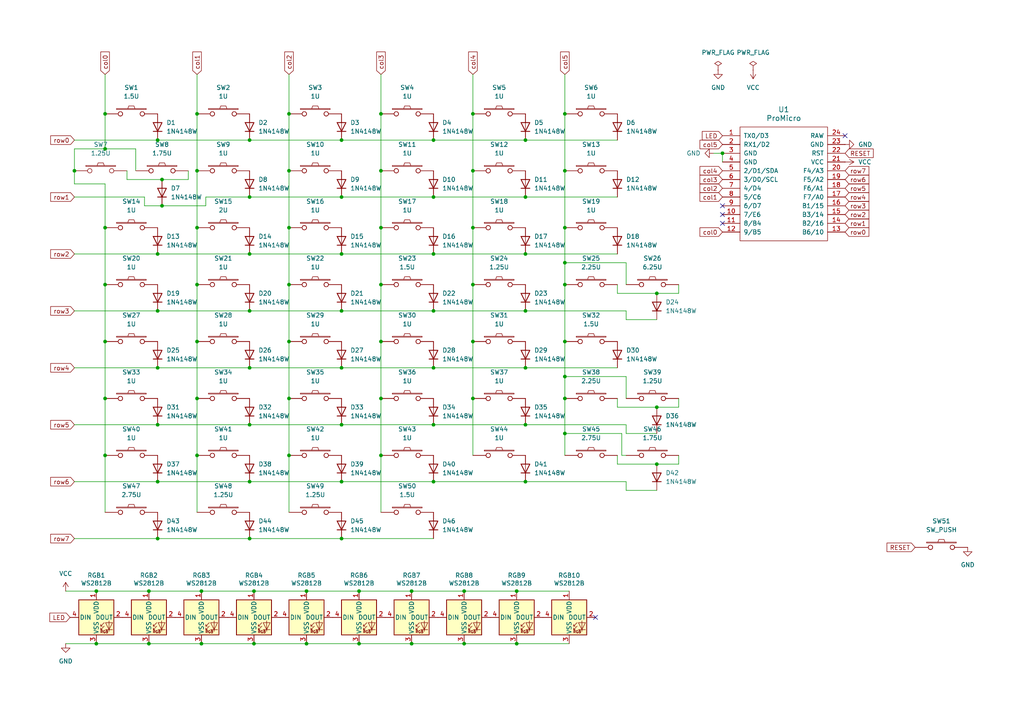
<source format=kicad_sch>
(kicad_sch (version 20231120) (generator "eeschema") (generator_version "8.0")
  (paper "A4")
  (title_block (title "REVIUNG46") (date "2024-07-05") (rev "ver 0.1"))
  (junction (at 152.4 40.64))
  (junction (at 99.06 73.66))
  (junction (at 125.73 73.66))
  (junction (at 125.73 106.68))
  (junction (at 152.4 57.15))
  (junction (at 30.48 115.57))
  (junction (at 72.39 90.17))
  (junction (at 125.73 40.64))
  (junction (at 73.66 186.69))
  (junction (at 152.4 139.7))
  (junction (at 99.06 106.68))
  (junction (at 190.5 134.62))
  (junction (at 88.9 186.69))
  (junction (at 58.42 171.45))
  (junction (at 72.39 57.15))
  (junction (at 30.48 33.02))
  (junction (at 163.83 99.06))
  (junction (at 73.66 171.45))
  (junction (at 99.06 57.15))
  (junction (at 110.49 99.06))
  (junction (at 57.15 33.02))
  (junction (at 99.06 139.7))
  (junction (at 125.73 90.17))
  (junction (at 57.15 115.57))
  (junction (at 72.39 73.66))
  (junction (at 163.83 115.57))
  (junction (at 163.83 109.22))
  (junction (at 30.48 82.55))
  (junction (at 45.72 73.66))
  (junction (at 163.83 66.04))
  (junction (at 110.49 132.08))
  (junction (at 137.16 99.06))
  (junction (at 83.82 82.55))
  (junction (at 137.16 49.53))
  (junction (at 110.49 115.57))
  (junction (at 27.94 171.45))
  (junction (at 83.82 66.04))
  (junction (at 45.72 139.7))
  (junction (at 104.14 171.45))
  (junction (at 125.73 139.7))
  (junction (at 163.83 125.73))
  (junction (at 152.4 90.17))
  (junction (at 43.18 186.69))
  (junction (at 57.15 132.08))
  (junction (at 209.55 44.45))
  (junction (at 163.83 49.53))
  (junction (at 83.82 49.53))
  (junction (at 137.16 66.04))
  (junction (at 72.39 139.7))
  (junction (at 72.39 123.19))
  (junction (at 99.06 90.17))
  (junction (at 110.49 49.53))
  (junction (at 110.49 66.04))
  (junction (at 99.06 123.19))
  (junction (at 72.39 40.64))
  (junction (at 83.82 132.08))
  (junction (at 110.49 33.02))
  (junction (at 163.83 76.2))
  (junction (at 45.72 123.19))
  (junction (at 119.38 186.69))
  (junction (at 190.5 118.11))
  (junction (at 119.38 171.45))
  (junction (at 21.59 49.53))
  (junction (at 137.16 33.02))
  (junction (at 137.16 115.57))
  (junction (at 163.83 82.55))
  (junction (at 72.39 156.21))
  (junction (at 72.39 106.68))
  (junction (at 83.82 99.06))
  (junction (at 58.42 186.69))
  (junction (at 190.5 85.09))
  (junction (at 83.82 33.02))
  (junction (at 43.18 171.45))
  (junction (at 30.48 132.08))
  (junction (at 149.86 171.45))
  (junction (at 110.49 82.55))
  (junction (at 83.82 115.57))
  (junction (at 27.94 186.69))
  (junction (at 30.48 99.06))
  (junction (at 137.16 82.55))
  (junction (at 57.15 49.53))
  (junction (at 45.72 156.21))
  (junction (at 46.99 59.69))
  (junction (at 30.48 43.18))
  (junction (at 99.06 40.64))
  (junction (at 45.72 106.68))
  (junction (at 134.62 186.69))
  (junction (at 57.15 66.04))
  (junction (at 45.72 40.64))
  (junction (at 57.15 82.55))
  (junction (at 104.14 186.69))
  (junction (at 99.06 156.21))
  (junction (at 45.72 90.17))
  (junction (at 46.99 52.07))
  (junction (at 163.83 33.02))
  (junction (at 125.73 123.19))
  (junction (at 152.4 123.19))
  (junction (at 149.86 186.69))
  (junction (at 134.62 171.45))
  (junction (at 152.4 73.66))
  (junction (at 57.15 99.06))
  (junction (at 125.73 57.15))
  (junction (at 152.4 106.68))
  (junction (at 30.48 66.04))
  (junction (at 88.9 171.45))
  (no_connect (at 209.55 59.69))
  (no_connect (at 245.11 39.37))
  (no_connect (at 209.55 64.77))
  (no_connect (at 209.55 62.23))
  (no_connect (at 172.72 179.07))
  (wire (pts (xy 72.39 106.68) (xy 99.06 106.68)))
  (wire (pts (xy 21.59 156.21) (xy 45.72 156.21)))
  (wire (pts (xy 125.73 73.66) (xy 152.4 73.66)))
  (wire (pts (xy 179.07 82.55) (xy 179.07 85.09)))
  (wire (pts (xy 125.73 123.19) (xy 152.4 123.19)))
  (wire (pts (xy 83.82 33.02) (xy 83.82 49.53)))
  (wire (pts (xy 181.61 125.73) (xy 181.61 123.19)))
  (wire (pts (xy 30.48 66.04) (xy 30.48 82.55)))
  (wire (pts (xy 73.66 171.45) (xy 58.42 171.45)))
  (wire (pts (xy 209.55 44.45) (xy 209.55 46.99)))
  (wire (pts (xy 46.99 52.07) (xy 54.61 52.07)))
  (wire (pts (xy 45.72 123.19) (xy 72.39 123.19)))
  (wire (pts (xy 57.15 115.57) (xy 57.15 132.08)))
  (wire (pts (xy 45.72 90.17) (xy 72.39 90.17)))
  (wire (pts (xy 179.07 85.09) (xy 190.5 85.09)))
  (wire (pts (xy 110.49 49.53) (xy 110.49 66.04)))
  (wire (pts (xy 72.39 73.66) (xy 99.06 73.66)))
  (wire (pts (xy 163.83 125.73) (xy 180.34 125.73)))
  (wire (pts (xy 181.61 90.17) (xy 152.4 90.17)))
  (wire (pts (xy 99.06 139.7) (xy 125.73 139.7)))
  (wire (pts (xy 125.73 57.15) (xy 152.4 57.15)))
  (wire (pts (xy 163.83 82.55) (xy 163.83 99.06)))
  (wire (pts (xy 163.83 76.2) (xy 163.83 82.55)))
  (wire (pts (xy 179.07 134.62) (xy 190.5 134.62)))
  (wire (pts (xy 165.1 171.45) (xy 149.86 171.45)))
  (wire (pts (xy 99.06 57.15) (xy 125.73 57.15)))
  (wire (pts (xy 30.48 21.59) (xy 30.48 33.02)))
  (wire (pts (xy 110.49 33.02) (xy 110.49 49.53)))
  (wire (pts (xy 19.05 186.69) (xy 27.94 186.69)))
  (wire (pts (xy 152.4 57.15) (xy 179.07 57.15)))
  (wire (pts (xy 181.61 76.2) (xy 181.61 82.55)))
  (wire (pts (xy 83.82 66.04) (xy 83.82 82.55)))
  (wire (pts (xy 72.39 57.15) (xy 59.69 57.15)))
  (wire (pts (xy 30.48 53.34) (xy 21.59 53.34)))
  (wire (pts (xy 119.38 186.69) (xy 134.62 186.69)))
  (wire (pts (xy 57.15 49.53) (xy 57.15 66.04)))
  (wire (pts (xy 57.15 99.06) (xy 57.15 115.57)))
  (wire (pts (xy 110.49 115.57) (xy 110.49 132.08)))
  (wire (pts (xy 190.5 125.73) (xy 181.61 125.73)))
  (wire (pts (xy 137.16 33.02) (xy 137.16 49.53)))
  (wire (pts (xy 125.73 90.17) (xy 152.4 90.17)))
  (wire (pts (xy 27.94 186.69) (xy 43.18 186.69)))
  (wire (pts (xy 104.14 171.45) (xy 88.9 171.45)))
  (wire (pts (xy 125.73 106.68) (xy 152.4 106.68)))
  (wire (pts (xy 30.48 99.06) (xy 30.48 115.57)))
  (wire (pts (xy 180.34 132.08) (xy 181.61 132.08)))
  (wire (pts (xy 72.39 40.64) (xy 99.06 40.64)))
  (wire (pts (xy 83.82 21.59) (xy 83.82 33.02)))
  (wire (pts (xy 163.83 76.2) (xy 181.61 76.2)))
  (wire (pts (xy 99.06 40.64) (xy 125.73 40.64)))
  (wire (pts (xy 119.38 171.45) (xy 104.14 171.45)))
  (wire (pts (xy 41.91 59.69) (xy 46.99 59.69)))
  (wire (pts (xy 83.82 49.53) (xy 83.82 66.04)))
  (wire (pts (xy 125.73 40.64) (xy 152.4 40.64)))
  (wire (pts (xy 21.59 90.17) (xy 45.72 90.17)))
  (wire (pts (xy 99.06 90.17) (xy 125.73 90.17)))
  (wire (pts (xy 30.48 33.02) (xy 30.48 43.18)))
  (wire (pts (xy 88.9 171.45) (xy 73.66 171.45)))
  (wire (pts (xy 59.69 57.15) (xy 59.69 59.69)))
  (wire (pts (xy 36.83 49.53) (xy 36.83 52.07)))
  (wire (pts (xy 110.49 132.08) (xy 110.49 148.59)))
  (wire (pts (xy 72.39 90.17) (xy 99.06 90.17)))
  (wire (pts (xy 45.72 156.21) (xy 72.39 156.21)))
  (wire (pts (xy 43.18 186.69) (xy 58.42 186.69)))
  (wire (pts (xy 196.85 115.57) (xy 196.85 118.11)))
  (wire (pts (xy 149.86 186.69) (xy 165.1 186.69)))
  (wire (pts (xy 137.16 21.59) (xy 137.16 33.02)))
  (wire (pts (xy 72.39 139.7) (xy 99.06 139.7)))
  (wire (pts (xy 21.59 139.7) (xy 45.72 139.7)))
  (wire (pts (xy 137.16 49.53) (xy 137.16 66.04)))
  (wire (pts (xy 181.61 142.24) (xy 181.61 139.7)))
  (wire (pts (xy 110.49 66.04) (xy 110.49 82.55)))
  (wire (pts (xy 110.49 21.59) (xy 110.49 33.02)))
  (wire (pts (xy 134.62 186.69) (xy 149.86 186.69)))
  (wire (pts (xy 30.48 132.08) (xy 30.48 148.59)))
  (wire (pts (xy 180.34 125.73) (xy 180.34 132.08)))
  (wire (pts (xy 190.5 85.09) (xy 196.85 85.09)))
  (wire (pts (xy 149.86 171.45) (xy 134.62 171.45)))
  (wire (pts (xy 152.4 139.7) (xy 181.61 139.7)))
  (wire (pts (xy 30.48 53.34) (xy 30.48 66.04)))
  (wire (pts (xy 110.49 99.06) (xy 110.49 115.57)))
  (wire (pts (xy 163.83 21.59) (xy 163.83 33.02)))
  (wire (pts (xy 99.06 156.21) (xy 125.73 156.21)))
  (wire (pts (xy 196.85 82.55) (xy 196.85 85.09)))
  (wire (pts (xy 163.83 99.06) (xy 163.83 109.22)))
  (wire (pts (xy 163.83 109.22) (xy 181.61 109.22)))
  (wire (pts (xy 190.5 134.62) (xy 196.85 134.62)))
  (wire (pts (xy 57.15 82.55) (xy 57.15 99.06)))
  (wire (pts (xy 137.16 99.06) (xy 137.16 115.57)))
  (wire (pts (xy 21.59 123.19) (xy 45.72 123.19)))
  (wire (pts (xy 45.72 106.68) (xy 72.39 106.68)))
  (wire (pts (xy 41.91 57.15) (xy 41.91 59.69)))
  (wire (pts (xy 72.39 156.21) (xy 99.06 156.21)))
  (wire (pts (xy 137.16 115.57) (xy 137.16 132.08)))
  (wire (pts (xy 57.15 21.59) (xy 57.15 33.02)))
  (wire (pts (xy 57.15 132.08) (xy 57.15 148.59)))
  (wire (pts (xy 110.49 82.55) (xy 110.49 99.06)))
  (wire (pts (xy 30.48 115.57) (xy 30.48 132.08)))
  (wire (pts (xy 196.85 132.08) (xy 196.85 134.62)))
  (wire (pts (xy 179.07 115.57) (xy 179.07 118.11)))
  (wire (pts (xy 30.48 43.18) (xy 39.37 43.18)))
  (wire (pts (xy 57.15 33.02) (xy 57.15 49.53)))
  (wire (pts (xy 137.16 82.55) (xy 137.16 99.06)))
  (wire (pts (xy 45.72 73.66) (xy 72.39 73.66)))
  (wire (pts (xy 152.4 73.66) (xy 179.07 73.66)))
  (wire (pts (xy 21.59 40.64) (xy 45.72 40.64)))
  (wire (pts (xy 137.16 66.04) (xy 137.16 82.55)))
  (wire (pts (xy 190.5 142.24) (xy 181.61 142.24)))
  (wire (pts (xy 30.48 43.18) (xy 21.59 43.18)))
  (wire (pts (xy 58.42 171.45) (xy 43.18 171.45)))
  (wire (pts (xy 190.5 118.11) (xy 196.85 118.11)))
  (wire (pts (xy 99.06 106.68) (xy 125.73 106.68)))
  (wire (pts (xy 152.4 106.68) (xy 179.07 106.68)))
  (wire (pts (xy 57.15 66.04) (xy 57.15 82.55)))
  (wire (pts (xy 99.06 73.66) (xy 125.73 73.66)))
  (wire (pts (xy 45.72 139.7) (xy 72.39 139.7)))
  (wire (pts (xy 181.61 109.22) (xy 181.61 115.57)))
  (wire (pts (xy 152.4 40.64) (xy 179.07 40.64)))
  (wire (pts (xy 179.07 132.08) (xy 179.07 134.62)))
  (wire (pts (xy 39.37 43.18) (xy 39.37 49.53)))
  (wire (pts (xy 163.83 109.22) (xy 163.83 115.57)))
  (wire (pts (xy 207.01 44.45) (xy 209.55 44.45)))
  (wire (pts (xy 163.83 33.02) (xy 163.83 49.53)))
  (wire (pts (xy 99.06 123.19) (xy 125.73 123.19)))
  (wire (pts (xy 21.59 73.66) (xy 45.72 73.66)))
  (wire (pts (xy 163.83 49.53) (xy 163.83 66.04)))
  (wire (pts (xy 45.72 40.64) (xy 72.39 40.64)))
  (wire (pts (xy 88.9 186.69) (xy 104.14 186.69)))
  (wire (pts (xy 58.42 186.69) (xy 73.66 186.69)))
  (wire (pts (xy 21.59 43.18) (xy 21.59 49.53)))
  (wire (pts (xy 73.66 186.69) (xy 88.9 186.69)))
  (wire (pts (xy 72.39 123.19) (xy 99.06 123.19)))
  (wire (pts (xy 21.59 49.53) (xy 21.59 53.34)))
  (wire (pts (xy 43.18 171.45) (xy 27.94 171.45)))
  (wire (pts (xy 181.61 92.71) (xy 181.61 90.17)))
  (wire (pts (xy 21.59 57.15) (xy 41.91 57.15)))
  (wire (pts (xy 36.83 52.07) (xy 46.99 52.07)))
  (wire (pts (xy 46.99 59.69) (xy 59.69 59.69)))
  (wire (pts (xy 163.83 125.73) (xy 163.83 132.08)))
  (wire (pts (xy 125.73 139.7) (xy 152.4 139.7)))
  (wire (pts (xy 152.4 123.19) (xy 181.61 123.19)))
  (wire (pts (xy 54.61 49.53) (xy 54.61 52.07)))
  (wire (pts (xy 179.07 118.11) (xy 190.5 118.11)))
  (wire (pts (xy 181.61 92.71) (xy 190.5 92.71)))
  (wire (pts (xy 163.83 66.04) (xy 163.83 76.2)))
  (wire (pts (xy 83.82 132.08) (xy 83.82 148.59)))
  (wire (pts (xy 72.39 57.15) (xy 99.06 57.15)))
  (wire (pts (xy 83.82 115.57) (xy 83.82 132.08)))
  (wire (pts (xy 30.48 82.55) (xy 30.48 99.06)))
  (wire (pts (xy 21.59 106.68) (xy 45.72 106.68)))
  (wire (pts (xy 83.82 99.06) (xy 83.82 115.57)))
  (wire (pts (xy 104.14 186.69) (xy 119.38 186.69)))
  (wire (pts (xy 163.83 115.57) (xy 163.83 125.73)))
  (wire (pts (xy 134.62 171.45) (xy 119.38 171.45)))
  (wire (pts (xy 83.82 82.55) (xy 83.82 99.06)))
  (wire (pts (xy 27.94 171.45) (xy 19.05 171.45)))
  (global_label "col3" (shape input) (at 110.49 21.59 90) (property "Intersheetrefs" "${INTERSHEET_REFS}" (effects (hide yes))))
  (global_label "row1" (shape input) (at 21.59 57.15 180) (property "Intersheetrefs" "${INTERSHEET_REFS}" (effects (hide yes))))
  (global_label "col1" (shape input) (at 209.55 57.15 180) (property "Intersheetrefs" "${INTERSHEET_REFS}" (effects (hide yes))))
  (global_label "row2" (shape input) (at 245.11 62.23 0) (property "Intersheetrefs" "${INTERSHEET_REFS}" (effects (hide yes))))
  (global_label "col5" (shape input) (at 209.55 41.91 180) (property "Intersheetrefs" "${INTERSHEET_REFS}" (effects (hide yes))))
  (global_label "col4" (shape input) (at 209.55 49.53 180) (property "Intersheetrefs" "${INTERSHEET_REFS}" (effects (hide yes))))
  (global_label "RESET" (shape input) (at 265.43 158.75 180) (property "Intersheetrefs" "${INTERSHEET_REFS}" (effects (hide yes))))
  (global_label "row2" (shape input) (at 21.59 73.66 180) (property "Intersheetrefs" "${INTERSHEET_REFS}" (effects (hide yes))))
  (global_label "col5" (shape input) (at 163.83 21.59 90) (property "Intersheetrefs" "${INTERSHEET_REFS}" (effects (hide yes))))
  (global_label "row6" (shape input) (at 245.11 52.07 0) (property "Intersheetrefs" "${INTERSHEET_REFS}" (effects (hide yes))))
  (global_label "col0" (shape input) (at 209.55 67.31 180) (property "Intersheetrefs" "${INTERSHEET_REFS}" (effects (hide yes))))
  (global_label "LED" (shape input) (at 20.32 179.07 180) (property "Intersheetrefs" "${INTERSHEET_REFS}" (effects (hide yes))))
  (global_label "col2" (shape input) (at 83.82 21.59 90) (property "Intersheetrefs" "${INTERSHEET_REFS}" (effects (hide yes))))
  (global_label "row5" (shape input) (at 245.11 54.61 0) (property "Intersheetrefs" "${INTERSHEET_REFS}" (effects (hide yes))))
  (global_label "col3" (shape input) (at 209.55 52.07 180) (property "Intersheetrefs" "${INTERSHEET_REFS}" (effects (hide yes))))
  (global_label "row0" (shape input) (at 21.59 40.64 180) (property "Intersheetrefs" "${INTERSHEET_REFS}" (effects (hide yes))))
  (global_label "row6" (shape input) (at 21.59 139.7 180) (property "Intersheetrefs" "${INTERSHEET_REFS}" (effects (hide yes))))
  (global_label "col0" (shape input) (at 30.48 21.59 90) (property "Intersheetrefs" "${INTERSHEET_REFS}" (effects (hide yes))))
  (global_label "row0" (shape input) (at 245.11 67.31 0) (property "Intersheetrefs" "${INTERSHEET_REFS}" (effects (hide yes))))
  (global_label "RESET" (shape input) (at 245.11 44.45 0) (property "Intersheetrefs" "${INTERSHEET_REFS}" (effects (hide yes))))
  (global_label "row3" (shape input) (at 245.11 59.69 0) (property "Intersheetrefs" "${INTERSHEET_REFS}" (effects (hide yes))))
  (global_label "row7" (shape input) (at 21.59 156.21 180) (property "Intersheetrefs" "${INTERSHEET_REFS}" (effects (hide yes))))
  (global_label "col2" (shape input) (at 209.55 54.61 180) (property "Intersheetrefs" "${INTERSHEET_REFS}" (effects (hide yes))))
  (global_label "row1" (shape input) (at 245.11 64.77 0) (property "Intersheetrefs" "${INTERSHEET_REFS}" (effects (hide yes))))
  (global_label "LED" (shape input) (at 209.55 39.37 180) (property "Intersheetrefs" "${INTERSHEET_REFS}" (effects (hide yes))))
  (global_label "col4" (shape input) (at 137.16 21.59 90) (property "Intersheetrefs" "${INTERSHEET_REFS}" (effects (hide yes))))
  (global_label "row4" (shape input) (at 245.11 57.15 0) (property "Intersheetrefs" "${INTERSHEET_REFS}" (effects (hide yes))))
  (global_label "row3" (shape input) (at 21.59 90.17 180) (property "Intersheetrefs" "${INTERSHEET_REFS}" (effects (hide yes))))
  (global_label "row5" (shape input) (at 21.59 123.19 180) (property "Intersheetrefs" "${INTERSHEET_REFS}" (effects (hide yes))))
  (global_label "row7" (shape input) (at 245.11 49.53 0) (property "Intersheetrefs" "${INTERSHEET_REFS}" (effects (hide yes))))
  (global_label "col1" (shape input) (at 57.15 21.59 90) (property "Intersheetrefs" "${INTERSHEET_REFS}" (effects (hide yes))))
  (global_label "row4" (shape input) (at 21.59 106.68 180) (property "Intersheetrefs" "${INTERSHEET_REFS}" (effects (hide yes))))
  (symbol (lib_id "Device:D") (at 45.72 135.89 90) (unit 1)
    (property "Reference" "D37" (at 48.26 134.6199 90) (effects (justify right)))
    (property "Value" "1N4148W" (at 48.26 137.1599 90) (effects (justify right)))
    (property "Footprint" "_reviung-kbd:D3_SMD_1side" (effects (hide yes)))
    (property "Description" "Diode" (effects (hide yes)))
    (property "Sim.Device" "D" (effects (hide yes)))
    (property "Sim.Pins" "1=K 2=A" (effects (hide yes)))
  )
  (symbol (lib_id "Device:D") (at 125.73 119.38 90) (unit 1)
    (property "Reference" "D34" (at 128.27 118.1099 90) (effects (justify right)))
    (property "Value" "1N4148W" (at 128.27 120.6499 90) (effects (justify right)))
    (property "Footprint" "_reviung-kbd:D3_SMD_1side" (effects (hide yes)))
    (property "Description" "Diode" (effects (hide yes)))
    (property "Sim.Device" "D" (effects (hide yes)))
    (property "Sim.Pins" "1=K 2=A" (effects (hide yes)))
  )
  (symbol (lib_id "Device:D") (at 45.72 102.87 90) (unit 1)
    (property "Reference" "D25" (at 48.26 101.5999 90) (effects (justify right)))
    (property "Value" "1N4148W" (at 48.26 104.1399 90) (effects (justify right)))
    (property "Footprint" "_reviung-kbd:D3_SMD_1side" (effects (hide yes)))
    (property "Description" "Diode" (effects (hide yes)))
    (property "Sim.Device" "D" (effects (hide yes)))
    (property "Sim.Pins" "1=K 2=A" (effects (hide yes)))
  )
  (symbol (lib_id "Device:D") (at 45.72 86.36 90) (unit 1)
    (property "Reference" "D19" (at 48.26 85.0899 90) (effects (justify right)))
    (property "Value" "1N4148W" (at 48.26 87.6299 90) (effects (justify right)))
    (property "Footprint" "_reviung-kbd:D3_SMD_1side" (effects (hide yes)))
    (property "Description" "Diode" (effects (hide yes)))
    (property "Sim.Device" "D" (effects (hide yes)))
    (property "Sim.Pins" "1=K 2=A" (effects (hide yes)))
  )
  (symbol (lib_id "LED:WS2812B") (at 149.86 179.07 0) (unit 1)
    (property "Reference" "RGB9" (at 149.86 166.878 0))
    (property "Value" "WS2812B" (at 149.86 169.164 0))
    (property "Footprint" "_reviung-kbd:LED_WS2812B_PLCC4_5.0x5.0mm_P3.2mm_BigFoot" (effects (hide yes)))
    (property "Datasheet" "https://cdn-shop.adafruit.com/datasheets/WS2812B.pdf" (effects (hide yes)))
    (property "Description" "RGB LED with integrated controller" (effects (hide yes)))
  )
  (symbol (lib_id "_reviung-kbd:SW_PUSH") (at 64.77 66.04 0) (unit 1)
    (property "Reference" "SW15" (at 64.77 58.42 0))
    (property "Value" "2U" (at 64.77 60.96 0))
    (property "Footprint" "_reviung-kbd:MXOnly-2U-Hotswap-ReversedStabilizers" (effects (hide yes)))
  )
  (symbol (lib_id "Device:D") (at 190.5 121.92 90) (unit 1)
    (property "Reference" "D36" (at 193.04 120.6499 90) (effects (justify right)))
    (property "Value" "1N4148W" (at 193.04 123.1899 90) (effects (justify right)))
    (property "Footprint" "_reviung-kbd:D3_SMD_1side" (effects (hide yes)))
    (property "Description" "Diode" (effects (hide yes)))
    (property "Sim.Device" "D" (effects (hide yes)))
    (property "Sim.Pins" "1=K 2=A" (effects (hide yes)))
  )
  (symbol (lib_id "Device:D") (at 99.06 119.38 90) (unit 1)
    (property "Reference" "D33" (at 101.6 118.1099 90) (effects (justify right)))
    (property "Value" "1N4148W" (at 101.6 120.6499 90) (effects (justify right)))
    (property "Footprint" "_reviung-kbd:D3_SMD_1side" (effects (hide yes)))
    (property "Description" "Diode" (effects (hide yes)))
    (property "Sim.Device" "D" (effects (hide yes)))
    (property "Sim.Pins" "1=K 2=A" (effects (hide yes)))
  )
  (symbol (lib_id "_reviung-kbd:SW_PUSH") (at 46.99 49.53 0) (unit 1)
    (property "Reference" "SW8" (at 46.99 41.91 0))
    (property "Value" "1.75U" (at 46.99 44.45 0))
    (property "Footprint" "_reviung-kbd:MXOnly-1.75U-Hotswap" (effects (hide yes)))
  )
  (symbol (lib_id "power:VCC") (at 245.11 46.99 270) (unit 1)
    (property "Reference" "#PWR05" (effects (hide yes)))
    (property "Value" "VCC" (at 248.92 46.9899 90) (effects (justify left)))
    (property "Description" "Power symbol creates a global label with name \"VCC\"" (effects (hide yes)))
  )
  (symbol (lib_id "_reviung-kbd:SW_PUSH") (at 144.78 82.55 0) (unit 1)
    (property "Reference" "SW24" (at 144.78 74.93 0))
    (property "Value" "1.25U" (at 144.78 77.47 0))
    (property "Footprint" "_reviung-kbd:MXOnly-1.25U-Hotswap" (effects (hide yes)))
  )
  (symbol (lib_id "_reviung-kbd:SW_PUSH") (at 118.11 99.06 0) (unit 1)
    (property "Reference" "SW30" (at 118.11 91.44 0))
    (property "Value" "1U" (at 118.11 93.98 0))
    (property "Footprint" "_reviung-kbd:MXOnly-1U-Hotswap" (effects (hide yes)))
  )
  (symbol (lib_id "_reviung-kbd:SW_PUSH") (at 91.44 132.08 0) (unit 1)
    (property "Reference" "SW42" (at 91.44 124.46 0))
    (property "Value" "1U" (at 91.44 127 0))
    (property "Footprint" "_reviung-kbd:MXOnly-1U-Hotswap" (effects (hide yes)))
  )
  (symbol (lib_id "Device:D") (at 99.06 36.83 90) (unit 1)
    (property "Reference" "D3" (at 101.6 35.5599 90) (effects (justify right)))
    (property "Value" "1N4148W" (at 101.6 38.0999 90) (effects (justify right)))
    (property "Footprint" "_reviung-kbd:D3_SMD_1side" (effects (hide yes)))
    (property "Description" "Diode" (effects (hide yes)))
    (property "Sim.Device" "D" (effects (hide yes)))
    (property "Sim.Pins" "1=K 2=A" (effects (hide yes)))
  )
  (symbol (lib_id "Device:D") (at 125.73 135.89 90) (unit 1)
    (property "Reference" "D40" (at 128.27 134.6199 90) (effects (justify right)))
    (property "Value" "1N4148W" (at 128.27 137.1599 90) (effects (justify right)))
    (property "Footprint" "_reviung-kbd:D3_SMD_1side" (effects (hide yes)))
    (property "Description" "Diode" (effects (hide yes)))
    (property "Sim.Device" "D" (effects (hide yes)))
    (property "Sim.Pins" "1=K 2=A" (effects (hide yes)))
  )
  (symbol (lib_id "_reviung-kbd:SW_PUSH") (at 171.45 66.04 0) (unit 1)
    (property "Reference" "SW19" (at 171.45 58.42 0))
    (property "Value" "1U" (at 171.45 60.96 0))
    (property "Footprint" "_reviung-kbd:MXOnly-1U-Hotswap" (effects (hide yes)))
  )
  (symbol (lib_id "Device:D") (at 125.73 69.85 90) (unit 1)
    (property "Reference" "D16" (at 128.27 68.5799 90) (effects (justify right)))
    (property "Value" "1N4148W" (at 128.27 71.1199 90) (effects (justify right)))
    (property "Footprint" "_reviung-kbd:D3_SMD_1side" (effects (hide yes)))
    (property "Description" "Diode" (effects (hide yes)))
    (property "Sim.Device" "D" (effects (hide yes)))
    (property "Sim.Pins" "1=K 2=A" (effects (hide yes)))
  )
  (symbol (lib_id "Device:D") (at 99.06 86.36 90) (unit 1)
    (property "Reference" "D21" (at 101.6 85.0899 90) (effects (justify right)))
    (property "Value" "1N4148W" (at 101.6 87.6299 90) (effects (justify right)))
    (property "Footprint" "_reviung-kbd:D3_SMD_1side" (effects (hide yes)))
    (property "Description" "Diode" (effects (hide yes)))
    (property "Sim.Device" "D" (effects (hide yes)))
    (property "Sim.Pins" "1=K 2=A" (effects (hide yes)))
  )
  (symbol (lib_id "_reviung-kbd:SW_PUSH") (at 118.11 66.04 0) (unit 1)
    (property "Reference" "SW17" (at 118.11 58.42 0))
    (property "Value" "1U" (at 118.11 60.96 0))
    (property "Footprint" "_reviung-kbd:MXOnly-1U-Hotswap" (effects (hide yes)))
  )
  (symbol (lib_id "_reviung-kbd:SW_PUSH") (at 38.1 99.06 0) (unit 1)
    (property "Reference" "SW27" (at 38.1 91.44 0))
    (property "Value" "1U" (at 38.1 93.98 0))
    (property "Footprint" "_reviung-kbd:MXOnly-1U-Hotswap" (effects (hide yes)))
  )
  (symbol (lib_id "_reviung-kbd:SW_PUSH") (at 91.44 115.57 0) (unit 1)
    (property "Reference" "SW35" (at 91.44 107.95 0))
    (property "Value" "1U" (at 91.44 110.49 0))
    (property "Footprint" "_reviung-kbd:MXOnly-1U-Hotswap" (effects (hide yes)))
  )
  (symbol (lib_id "Device:D") (at 152.4 135.89 90) (unit 1)
    (property "Reference" "D41" (at 154.94 134.6199 90) (effects (justify right)))
    (property "Value" "1N4148W" (at 154.94 137.1599 90) (effects (justify right)))
    (property "Footprint" "_reviung-kbd:D3_SMD_1side" (effects (hide yes)))
    (property "Description" "Diode" (effects (hide yes)))
    (property "Sim.Device" "D" (effects (hide yes)))
    (property "Sim.Pins" "1=K 2=A" (effects (hide yes)))
  )
  (symbol (lib_id "Device:D") (at 72.39 135.89 90) (unit 1)
    (property "Reference" "D38" (at 74.93 134.6199 90) (effects (justify right)))
    (property "Value" "1N4148W" (at 74.93 137.1599 90) (effects (justify right)))
    (property "Footprint" "_reviung-kbd:D3_SMD_1side" (effects (hide yes)))
    (property "Description" "Diode" (effects (hide yes)))
    (property "Sim.Device" "D" (effects (hide yes)))
    (property "Sim.Pins" "1=K 2=A" (effects (hide yes)))
  )
  (symbol (lib_id "_reviung-kbd:SW_PUSH") (at 38.1 132.08 0) (unit 1)
    (property "Reference" "SW40" (at 38.1 124.46 0))
    (property "Value" "1U" (at 38.1 127 0))
    (property "Footprint" "_reviung-kbd:MXOnly-1U-Hotswap" (effects (hide yes)))
  )
  (symbol (lib_id "Device:D") (at 152.4 36.83 90) (unit 1)
    (property "Reference" "D5" (at 154.94 35.5599 90) (effects (justify right)))
    (property "Value" "1N4148W" (at 154.94 38.0999 90) (effects (justify right)))
    (property "Footprint" "_reviung-kbd:D3_SMD_1side" (effects (hide yes)))
    (property "Description" "Diode" (effects (hide yes)))
    (property "Sim.Device" "D" (effects (hide yes)))
    (property "Sim.Pins" "1=K 2=A" (effects (hide yes)))
  )
  (symbol (lib_id "LED:WS2812B") (at 73.66 179.07 0) (unit 1)
    (property "Reference" "RGB4" (at 73.66 166.878 0))
    (property "Value" "WS2812B" (at 73.66 169.164 0))
    (property "Footprint" "_reviung-kbd:LED_WS2812B_PLCC4_5.0x5.0mm_P3.2mm_BigFoot" (effects (hide yes)))
    (property "Datasheet" "https://cdn-shop.adafruit.com/datasheets/WS2812B.pdf" (effects (hide yes)))
    (property "Description" "RGB LED with integrated controller" (effects (hide yes)))
  )
  (symbol (lib_id "_reviung-kbd:SW_PUSH") (at 144.78 49.53 0) (unit 1)
    (property "Reference" "SW12" (at 144.78 41.91 0))
    (property "Value" "1U" (at 144.78 44.45 0))
    (property "Footprint" "_reviung-kbd:MXOnly-1U-Hotswap" (effects (hide yes)))
  )
  (symbol (lib_id "Device:D") (at 99.06 69.85 90) (unit 1)
    (property "Reference" "D15" (at 101.6 68.5799 90) (effects (justify right)))
    (property "Value" "1N4148W" (at 101.6 71.1199 90) (effects (justify right)))
    (property "Footprint" "_reviung-kbd:D3_SMD_1side" (effects (hide yes)))
    (property "Description" "Diode" (effects (hide yes)))
    (property "Sim.Device" "D" (effects (hide yes)))
    (property "Sim.Pins" "1=K 2=A" (effects (hide yes)))
  )
  (symbol (lib_id "_reviung-kbd:SW_PUSH") (at 64.77 132.08 0) (unit 1)
    (property "Reference" "SW41" (at 64.77 124.46 0))
    (property "Value" "1U" (at 64.77 127 0))
    (property "Footprint" "_reviung-kbd:MXOnly-1U-Hotswap" (effects (hide yes)))
  )
  (symbol (lib_id "_reviung-kbd:SW_PUSH") (at 171.45 99.06 0) (unit 1)
    (property "Reference" "SW32" (at 171.45 91.44 0))
    (property "Value" "1.5U" (at 171.45 93.98 0))
    (property "Footprint" "_reviung-kbd:MXOnly-1.5U-Hotswap" (effects (hide yes)))
  )
  (symbol (lib_id "Device:D") (at 152.4 119.38 90) (unit 1)
    (property "Reference" "D35" (at 154.94 118.1099 90) (effects (justify right)))
    (property "Value" "1N4148W" (at 154.94 120.6499 90) (effects (justify right)))
    (property "Footprint" "_reviung-kbd:D3_SMD_1side" (effects (hide yes)))
    (property "Description" "Diode" (effects (hide yes)))
    (property "Sim.Device" "D" (effects (hide yes)))
    (property "Sim.Pins" "1=K 2=A" (effects (hide yes)))
  )
  (symbol (lib_id "Device:D") (at 152.4 53.34 90) (unit 1)
    (property "Reference" "D11" (at 154.94 52.0699 90) (effects (justify right)))
    (property "Value" "1N4148W" (at 154.94 54.6099 90) (effects (justify right)))
    (property "Footprint" "_reviung-kbd:D3_SMD_1side" (effects (hide yes)))
    (property "Description" "Diode" (effects (hide yes)))
    (property "Sim.Device" "D" (effects (hide yes)))
    (property "Sim.Pins" "1=K 2=A" (effects (hide yes)))
  )
  (symbol (lib_id "_reviung-kbd:SW_PUSH") (at 64.77 49.53 0) (unit 1)
    (property "Reference" "SW9" (at 64.77 41.91 0))
    (property "Value" "1U" (at 64.77 44.45 0))
    (property "Footprint" "_reviung-kbd:MXOnly-1U-Hotswap" (effects (hide yes)))
  )
  (symbol (lib_id "_reviung-kbd:SW_PUSH") (at 144.78 115.57 0) (unit 1)
    (property "Reference" "SW37" (at 144.78 107.95 0))
    (property "Value" "1U" (at 144.78 110.49 0))
    (property "Footprint" "_reviung-kbd:MXOnly-1U-Hotswap" (effects (hide yes)))
  )
  (symbol (lib_id "_reviung-kbd:SW_PUSH") (at 189.23 115.57 0) (unit 1)
    (property "Reference" "SW39" (at 189.23 107.95 0))
    (property "Value" "1.25U" (at 189.23 110.49 0))
    (property "Footprint" "_reviung-kbd:MXOnly-1.25U-Hotswap" (effects (hide yes)))
  )
  (symbol (lib_id "Device:D") (at 152.4 86.36 90) (unit 1)
    (property "Reference" "D23" (at 154.94 85.0899 90) (effects (justify right)))
    (property "Value" "1N4148W" (at 154.94 87.6299 90) (effects (justify right)))
    (property "Footprint" "_reviung-kbd:D3_SMD_1side" (effects (hide yes)))
    (property "Description" "Diode" (effects (hide yes)))
    (property "Sim.Device" "D" (effects (hide yes)))
    (property "Sim.Pins" "1=K 2=A" (effects (hide yes)))
  )
  (symbol (lib_id "_reviung-kbd:SW_PUSH") (at 171.45 115.57 0) (unit 1)
    (property "Reference" "SW38" (at 171.45 107.95 0))
    (property "Value" "2.25U" (at 171.45 110.49 0))
    (property "Footprint" "_reviung-kbd:MXOnly-2.25U-Hotswap-ReversedStabilizers" (effects (hide yes)))
  )
  (symbol (lib_id "power:VCC") (at 19.05 171.45 0) (unit 1)
    (property "Reference" "#PWR06" (effects (hide yes)))
    (property "Value" "VCC" (at 19.05 166.37 0))
    (property "Description" "Power symbol creates a global label with name \"VCC\"" (effects (hide yes)))
  )
  (symbol (lib_id "Device:D") (at 99.06 135.89 90) (unit 1)
    (property "Reference" "D39" (at 101.6 134.6199 90) (effects (justify right)))
    (property "Value" "1N4148W" (at 101.6 137.1599 90) (effects (justify right)))
    (property "Footprint" "_reviung-kbd:D3_SMD_1side" (effects (hide yes)))
    (property "Description" "Diode" (effects (hide yes)))
    (property "Sim.Device" "D" (effects (hide yes)))
    (property "Sim.Pins" "1=K 2=A" (effects (hide yes)))
  )
  (symbol (lib_id "Device:D") (at 152.4 69.85 90) (unit 1)
    (property "Reference" "D17" (at 154.94 68.5799 90) (effects (justify right)))
    (property "Value" "1N4148W" (at 154.94 71.1199 90) (effects (justify right)))
    (property "Footprint" "_reviung-kbd:D3_SMD_1side" (effects (hide yes)))
    (property "Description" "Diode" (effects (hide yes)))
    (property "Sim.Device" "D" (effects (hide yes)))
    (property "Sim.Pins" "1=K 2=A" (effects (hide yes)))
  )
  (symbol (lib_id "_reviung-kbd:SW_PUSH") (at 29.21 49.53 0) (unit 1)
    (property "Reference" "SW7" (at 29.21 41.91 0))
    (property "Value" "1.25U" (at 29.21 44.45 0))
    (property "Footprint" "_reviung-kbd:MXOnly-1.25U-Hotswap" (effects (hide yes)))
  )
  (symbol (lib_id "_reviung-kbd:SW_PUSH") (at 171.45 132.08 0) (unit 1)
    (property "Reference" "SW45" (at 171.45 124.46 0))
    (property "Value" "2.75U" (at 171.45 127 0))
    (property "Footprint" "_reviung-kbd:MXOnly-2.75U-Hotswap-ReversedStabilizers" (effects (hide yes)))
  )
  (symbol (lib_id "_reviung-kbd:SW_PUSH") (at 171.45 33.02 0) (unit 1)
    (property "Reference" "SW6" (at 171.45 25.4 0))
    (property "Value" "1U" (at 171.45 27.94 0))
    (property "Footprint" "_reviung-kbd:MXOnly-1U-Hotswap" (effects (hide yes)))
  )
  (symbol (lib_id "_reviung-kbd:SW_PUSH") (at 118.11 115.57 0) (unit 1)
    (property "Reference" "SW36" (at 118.11 107.95 0))
    (property "Value" "1U" (at 118.11 110.49 0))
    (property "Footprint" "_reviung-kbd:MXOnly-1U-Hotswap" (effects (hide yes)))
  )
  (symbol (lib_id "Device:D") (at 125.73 53.34 90) (unit 1)
    (property "Reference" "D10" (at 128.27 52.0699 90) (effects (justify right)))
    (property "Value" "1N4148W" (at 128.27 54.6099 90) (effects (justify right)))
    (property "Footprint" "_reviung-kbd:D3_SMD_1side" (effects (hide yes)))
    (property "Description" "Diode" (effects (hide yes)))
    (property "Sim.Device" "D" (effects (hide yes)))
    (property "Sim.Pins" "1=K 2=A" (effects (hide yes)))
  )
  (symbol (lib_id "_reviung-kbd:SW_PUSH") (at 118.11 33.02 0) (unit 1)
    (property "Reference" "SW4" (at 118.11 25.4 0))
    (property "Value" "1U" (at 118.11 27.94 0))
    (property "Footprint" "_reviung-kbd:MXOnly-1U-Hotswap" (effects (hide yes)))
  )
  (symbol (lib_id "_reviung-kbd:SW_PUSH") (at 38.1 82.55 0) (unit 1)
    (property "Reference" "SW20" (at 38.1 74.93 0))
    (property "Value" "1U" (at 38.1 77.47 0))
    (property "Footprint" "_reviung-kbd:MXOnly-1U-Hotswap" (effects (hide yes)))
  )
  (symbol (lib_id "Device:D") (at 72.39 36.83 90) (unit 1)
    (property "Reference" "D2" (at 74.93 35.5599 90) (effects (justify right)))
    (property "Value" "1N4148W" (at 74.93 38.0999 90) (effects (justify right)))
    (property "Footprint" "_reviung-kbd:D3_SMD_1side" (effects (hide yes)))
    (property "Description" "Diode" (effects (hide yes)))
    (property "Sim.Device" "D" (effects (hide yes)))
    (property "Sim.Pins" "1=K 2=A" (effects (hide yes)))
  )
  (symbol (lib_id "_reviung-kbd:SW_PUSH") (at 189.23 132.08 0) (unit 1)
    (property "Reference" "SW46" (at 189.23 124.46 0))
    (property "Value" "1.75U" (at 189.23 127 0))
    (property "Footprint" "_reviung-kbd:MXOnly-1.75U-Hotswap" (effects (hide yes)))
  )
  (symbol (lib_id "Device:D") (at 45.72 36.83 90) (unit 1)
    (property "Reference" "D1" (at 48.26 35.5599 90) (effects (justify right)))
    (property "Value" "1N4148W" (at 48.26 38.0999 90) (effects (justify right)))
    (property "Footprint" "_reviung-kbd:D3_SMD_1side" (effects (hide yes)))
    (property "Description" "Diode" (effects (hide yes)))
    (property "Sim.Device" "D" (effects (hide yes)))
    (property "Sim.Pins" "1=K 2=A" (effects (hide yes)))
  )
  (symbol (lib_id "power:PWR_FLAG") (at 208.28 20.32 0) (unit 1)
    (property "Reference" "#FLG01" (effects (hide yes)))
    (property "Value" "PWR_FLAG" (at 208.28 15.24 0))
    (property "Description" "Special symbol for telling ERC where power comes from" (effects (hide yes)))
  )
  (symbol (lib_id "LED:WS2812B") (at 134.62 179.07 0) (unit 1)
    (property "Reference" "RGB8" (at 134.62 166.878 0))
    (property "Value" "WS2812B" (at 134.62 169.164 0))
    (property "Footprint" "_reviung-kbd:LED_WS2812B_PLCC4_5.0x5.0mm_P3.2mm_BigFoot" (effects (hide yes)))
    (property "Datasheet" "https://cdn-shop.adafruit.com/datasheets/WS2812B.pdf" (effects (hide yes)))
    (property "Description" "RGB LED with integrated controller" (effects (hide yes)))
  )
  (symbol (lib_id "Device:D") (at 125.73 36.83 90) (unit 1)
    (property "Reference" "D4" (at 128.27 35.5599 90) (effects (justify right)))
    (property "Value" "1N4148W" (at 128.27 38.0999 90) (effects (justify right)))
    (property "Footprint" "_reviung-kbd:D3_SMD_1side" (effects (hide yes)))
    (property "Description" "Diode" (effects (hide yes)))
    (property "Sim.Device" "D" (effects (hide yes)))
    (property "Sim.Pins" "1=K 2=A" (effects (hide yes)))
  )
  (symbol (lib_id "LED:WS2812B") (at 165.1 179.07 0) (unit 1)
    (property "Reference" "RGB10" (at 165.1 166.878 0))
    (property "Value" "WS2812B" (at 165.1 169.164 0))
    (property "Footprint" "_reviung-kbd:LED_WS2812B_PLCC4_5.0x5.0mm_P3.2mm_BigFoot" (effects (hide yes)))
    (property "Datasheet" "https://cdn-shop.adafruit.com/datasheets/WS2812B.pdf" (effects (hide yes)))
    (property "Description" "RGB LED with integrated controller" (effects (hide yes)))
  )
  (symbol (lib_id "_reviung-kbd:SW_PUSH") (at 144.78 33.02 0) (unit 1)
    (property "Reference" "SW5" (at 144.78 25.4 0))
    (property "Value" "1U" (at 144.78 27.94 0))
    (property "Footprint" "_reviung-kbd:MXOnly-1U-Hotswap" (effects (hide yes)))
  )
  (symbol (lib_id "power:GND") (at 280.67 158.75 0) (unit 1)
    (property "Reference" "#PWR08" (effects (hide yes)))
    (property "Value" "GND" (at 280.67 163.83 0))
    (property "Description" "Power symbol creates a global label with name \"GND\" , ground" (effects (hide yes)))
  )
  (symbol (lib_id "LED:WS2812B") (at 58.42 179.07 0) (unit 1)
    (property "Reference" "RGB3" (at 58.42 166.878 0))
    (property "Value" "WS2812B" (at 58.42 169.164 0))
    (property "Footprint" "_reviung-kbd:LED_WS2812B_PLCC4_5.0x5.0mm_P3.2mm_BigFoot" (effects (hide yes)))
    (property "Datasheet" "https://cdn-shop.adafruit.com/datasheets/WS2812B.pdf" (effects (hide yes)))
    (property "Description" "RGB LED with integrated controller" (effects (hide yes)))
  )
  (symbol (lib_id "Device:D") (at 45.72 69.85 90) (unit 1)
    (property "Reference" "D13" (at 48.26 68.5799 90) (effects (justify right)))
    (property "Value" "1N4148W" (at 48.26 71.1199 90) (effects (justify right)))
    (property "Footprint" "_reviung-kbd:D3_SMD_1side" (effects (hide yes)))
    (property "Description" "Diode" (effects (hide yes)))
    (property "Sim.Device" "D" (effects (hide yes)))
    (property "Sim.Pins" "1=K 2=A" (effects (hide yes)))
  )
  (symbol (lib_id "power:VCC") (at 218.44 20.32 180) (unit 1)
    (property "Reference" "#PWR03" (effects (hide yes)))
    (property "Value" "VCC" (at 218.44 25.4 0))
    (property "Description" "Power symbol creates a global label with name \"VCC\"" (effects (hide yes)))
  )
  (symbol (lib_id "Device:D") (at 72.39 69.85 90) (unit 1)
    (property "Reference" "D14" (at 74.93 68.5799 90) (effects (justify right)))
    (property "Value" "1N4148W" (at 74.93 71.1199 90) (effects (justify right)))
    (property "Footprint" "_reviung-kbd:D3_SMD_1side" (effects (hide yes)))
    (property "Description" "Diode" (effects (hide yes)))
    (property "Sim.Device" "D" (effects (hide yes)))
    (property "Sim.Pins" "1=K 2=A" (effects (hide yes)))
  )
  (symbol (lib_id "_reviung-kbd:SW_PUSH") (at 189.23 82.55 0) (unit 1)
    (property "Reference" "SW26" (at 189.23 74.93 0))
    (property "Value" "6.25U" (at 189.23 77.47 0))
    (property "Footprint" "_reviung-kbd:MXOnly-6.25U-Hotswap-ReversedStabilizers" (effects (hide yes)))
  )
  (symbol (lib_id "_reviung-kbd:SW_PUSH") (at 38.1 148.59 0) (unit 1)
    (property "Reference" "SW47" (at 38.1 140.97 0))
    (property "Value" "2.75U" (at 38.1 143.51 0))
    (property "Footprint" "_reviung-kbd:MXOnly-2.75U-Hotswap-ReversedStabilizers" (effects (hide yes)))
  )
  (symbol (lib_id "power:PWR_FLAG") (at 218.44 20.32 0) (unit 1)
    (property "Reference" "#FLG02" (effects (hide yes)))
    (property "Value" "PWR_FLAG" (at 218.44 15.24 0))
    (property "Description" "Special symbol for telling ERC where power comes from" (effects (hide yes)))
  )
  (symbol (lib_id "Device:D") (at 99.06 152.4 90) (unit 1)
    (property "Reference" "D45" (at 101.6 151.1299 90) (effects (justify right)))
    (property "Value" "1N4148W" (at 101.6 153.6699 90) (effects (justify right)))
    (property "Footprint" "_reviung-kbd:D3_SMD_1side" (effects (hide yes)))
    (property "Description" "Diode" (effects (hide yes)))
    (property "Sim.Device" "D" (effects (hide yes)))
    (property "Sim.Pins" "1=K 2=A" (effects (hide yes)))
  )
  (symbol (lib_id "Device:D") (at 72.39 119.38 90) (unit 1)
    (property "Reference" "D32" (at 74.93 118.1099 90) (effects (justify right)))
    (property "Value" "1N4148W" (at 74.93 120.6499 90) (effects (justify right)))
    (property "Footprint" "_reviung-kbd:D3_SMD_1side" (effects (hide yes)))
    (property "Description" "Diode" (effects (hide yes)))
    (property "Sim.Device" "D" (effects (hide yes)))
    (property "Sim.Pins" "1=K 2=A" (effects (hide yes)))
  )
  (symbol (lib_id "_reviung-kbd:SW_PUSH") (at 144.78 132.08 0) (unit 1)
    (property "Reference" "SW44" (at 144.78 124.46 0))
    (property "Value" "1U" (at 144.78 127 0))
    (property "Footprint" "_reviung-kbd:MXOnly-1U-Hotswap" (effects (hide yes)))
  )
  (symbol (lib_id "Device:D") (at 179.07 53.34 90) (unit 1)
    (property "Reference" "D12" (at 181.61 52.0699 90) (effects (justify right)))
    (property "Value" "1N4148W" (at 181.61 54.6099 90) (effects (justify right)))
    (property "Footprint" "_reviung-kbd:D3_SMD_1side" (effects (hide yes)))
    (property "Description" "Diode" (effects (hide yes)))
    (property "Sim.Device" "D" (effects (hide yes)))
    (property "Sim.Pins" "1=K 2=A" (effects (hide yes)))
  )
  (symbol (lib_id "_reviung-kbd:SW_PUSH") (at 118.11 148.59 0) (unit 1)
    (property "Reference" "SW50" (at 118.11 140.97 0))
    (property "Value" "1.5U" (at 118.11 143.51 0))
    (property "Footprint" "_reviung-kbd:MXOnly-1.5U-Hotswap" (effects (hide yes)))
  )
  (symbol (lib_id "_reviung-kbd:SW_PUSH") (at 64.77 99.06 0) (unit 1)
    (property "Reference" "SW28" (at 64.77 91.44 0))
    (property "Value" "1U" (at 64.77 93.98 0))
    (property "Footprint" "_reviung-kbd:MXOnly-1U-Hotswap" (effects (hide yes)))
  )
  (symbol (lib_id "Device:D") (at 45.72 119.38 90) (unit 1)
    (property "Reference" "D31" (at 48.26 118.1099 90) (effects (justify right)))
    (property "Value" "1N4148W" (at 48.26 120.6499 90) (effects (justify right)))
    (property "Footprint" "_reviung-kbd:D3_SMD_1side" (effects (hide yes)))
    (property "Description" "Diode" (effects (hide yes)))
    (property "Sim.Device" "D" (effects (hide yes)))
    (property "Sim.Pins" "1=K 2=A" (effects (hide yes)))
  )
  (symbol (lib_id "_reviung-kbd:SW_PUSH") (at 91.44 49.53 0) (unit 1)
    (property "Reference" "SW10" (at 91.44 41.91 0))
    (property "Value" "1U" (at 91.44 44.45 0))
    (property "Footprint" "_reviung-kbd:MXOnly-1U-Hotswap" (effects (hide yes)))
  )
  (symbol (lib_id "power:GND") (at 245.11 41.91 90) (unit 1)
    (property "Reference" "#PWR04" (effects (hide yes)))
    (property "Value" "GND" (at 248.92 41.9099 90) (effects (justify right)))
    (property "Description" "Power symbol creates a global label with name \"GND\" , ground" (effects (hide yes)))
  )
  (symbol (lib_id "Device:D") (at 179.07 36.83 90) (unit 1)
    (property "Reference" "D6" (at 181.61 35.5599 90) (effects (justify right)))
    (property "Value" "1N4148W" (at 181.61 38.0999 90) (effects (justify right)))
    (property "Footprint" "_reviung-kbd:D3_SMD_1side" (effects (hide yes)))
    (property "Description" "Diode" (effects (hide yes)))
    (property "Sim.Device" "D" (effects (hide yes)))
    (property "Sim.Pins" "1=K 2=A" (effects (hide yes)))
  )
  (symbol (lib_id "_reviung-kbd:SW_PUSH") (at 64.77 148.59 0) (unit 1)
    (property "Reference" "SW48" (at 64.77 140.97 0))
    (property "Value" "1.25U" (at 64.77 143.51 0))
    (property "Footprint" "_reviung-kbd:MXOnly-1.25U-Hotswap" (effects (hide yes)))
  )
  (symbol (lib_id "power:GND") (at 19.05 186.69 0) (unit 1)
    (property "Reference" "#PWR07" (effects (hide yes)))
    (property "Value" "GND" (at 19.05 191.77 0))
    (property "Description" "Power symbol creates a global label with name \"GND\" , ground" (effects (hide yes)))
  )
  (symbol (lib_id "_reviung-kbd:SW_PUSH") (at 144.78 66.04 0) (unit 1)
    (property "Reference" "SW18" (at 144.78 58.42 0))
    (property "Value" "1U" (at 144.78 60.96 0))
    (property "Footprint" "_reviung-kbd:MXOnly-1U-Hotswap" (effects (hide yes)))
  )
  (symbol (lib_id "_reviung-kbd:ProMicro") (at 227.33 58.42 0) (unit 1)
    (property "Reference" "U1" (at 227.33 31.75 0) (effects (font (size 1.524 1.524))))
    (property "Value" "ProMicro" (at 227.33 34.29 0) (effects (font (size 1.524 1.524))))
    (property "Footprint" "_reviung-kbd:ProMicroExtentionBard" (effects (hide yes)))
  )
  (symbol (lib_id "Device:D") (at 99.06 102.87 90) (unit 1)
    (property "Reference" "D27" (at 101.6 101.5999 90) (effects (justify right)))
    (property "Value" "1N4148W" (at 101.6 104.1399 90) (effects (justify right)))
    (property "Footprint" "_reviung-kbd:D3_SMD_1side" (effects (hide yes)))
    (property "Description" "Diode" (effects (hide yes)))
    (property "Sim.Device" "D" (effects (hide yes)))
    (property "Sim.Pins" "1=K 2=A" (effects (hide yes)))
  )
  (symbol (lib_id "LED:WS2812B") (at 27.94 179.07 0) (unit 1)
    (property "Reference" "RGB1" (at 27.94 166.878 0))
    (property "Value" "WS2812B" (at 27.94 169.164 0))
    (property "Footprint" "_reviung-kbd:LED_WS2812B_PLCC4_5.0x5.0mm_P3.2mm_BigFoot" (effects (hide yes)))
    (property "Datasheet" "https://cdn-shop.adafruit.com/datasheets/WS2812B.pdf" (effects (hide yes)))
    (property "Description" "RGB LED with integrated controller" (effects (hide yes)))
  )
  (symbol (lib_id "Device:D") (at 72.39 102.87 90) (unit 1)
    (property "Reference" "D26" (at 74.93 101.5999 90) (effects (justify right)))
    (property "Value" "1N4148W" (at 74.93 104.1399 90) (effects (justify right)))
    (property "Footprint" "_reviung-kbd:D3_SMD_1side" (effects (hide yes)))
    (property "Description" "Diode" (effects (hide yes)))
    (property "Sim.Device" "D" (effects (hide yes)))
    (property "Sim.Pins" "1=K 2=A" (effects (hide yes)))
  )
  (symbol (lib_id "_reviung-kbd:SW_PUSH") (at 118.11 132.08 0) (unit 1)
    (property "Reference" "SW43" (at 118.11 124.46 0))
    (property "Value" "1U" (at 118.11 127 0))
    (property "Footprint" "_reviung-kbd:MXOnly-1U-Hotswap" (effects (hide yes)))
  )
  (symbol (lib_id "_reviung-kbd:SW_PUSH") (at 91.44 99.06 0) (unit 1)
    (property "Reference" "SW29" (at 91.44 91.44 0))
    (property "Value" "1U" (at 91.44 93.98 0))
    (property "Footprint" "_reviung-kbd:MXOnly-1U-Hotswap" (effects (hide yes)))
  )
  (symbol (lib_id "power:GND") (at 208.28 20.32 0) (unit 1)
    (property "Reference" "#PWR01" (effects (hide yes)))
    (property "Value" "GND" (at 208.28 25.4 0))
    (property "Description" "Power symbol creates a global label with name \"GND\" , ground" (effects (hide yes)))
  )
  (symbol (lib_id "LED:WS2812B") (at 104.14 179.07 0) (unit 1)
    (property "Reference" "RGB6" (at 104.14 166.878 0))
    (property "Value" "WS2812B" (at 104.14 169.164 0))
    (property "Footprint" "_reviung-kbd:LED_WS2812B_PLCC4_5.0x5.0mm_P3.2mm_BigFoot" (effects (hide yes)))
    (property "Datasheet" "https://cdn-shop.adafruit.com/datasheets/WS2812B.pdf" (effects (hide yes)))
    (property "Description" "RGB LED with integrated controller" (effects (hide yes)))
  )
  (symbol (lib_id "_reviung-kbd:SW_PUSH") (at 64.77 82.55 0) (unit 1)
    (property "Reference" "SW21" (at 64.77 74.93 0))
    (property "Value" "1U" (at 64.77 77.47 0))
    (property "Footprint" "_reviung-kbd:MXOnly-1U-Hotswap" (effects (hide yes)))
  )
  (symbol (lib_id "Device:D") (at 190.5 138.43 90) (unit 1)
    (property "Reference" "D42" (at 193.04 137.1599 90) (effects (justify right)))
    (property "Value" "1N4148W" (at 193.04 139.6999 90) (effects (justify right)))
    (property "Footprint" "_reviung-kbd:D3_SMD_1side" (effects (hide yes)))
    (property "Description" "Diode" (effects (hide yes)))
    (property "Sim.Device" "D" (effects (hide yes)))
    (property "Sim.Pins" "1=K 2=A" (effects (hide yes)))
  )
  (symbol (lib_id "Device:D") (at 125.73 102.87 90) (unit 1)
    (property "Reference" "D28" (at 128.27 101.5999 90) (effects (justify right)))
    (property "Value" "1N4148W" (at 128.27 104.1399 90) (effects (justify right)))
    (property "Footprint" "_reviung-kbd:D3_SMD_1side" (effects (hide yes)))
    (property "Description" "Diode" (effects (hide yes)))
    (property "Sim.Device" "D" (effects (hide yes)))
    (property "Sim.Pins" "1=K 2=A" (effects (hide yes)))
  )
  (symbol (lib_id "Device:D") (at 99.06 53.34 90) (unit 1)
    (property "Reference" "D9" (at 101.6 52.0699 90) (effects (justify right)))
    (property "Value" "1N4148W" (at 101.6 54.6099 90) (effects (justify right)))
    (property "Footprint" "_reviung-kbd:D3_SMD_1side" (effects (hide yes)))
    (property "Description" "Diode" (effects (hide yes)))
    (property "Sim.Device" "D" (effects (hide yes)))
    (property "Sim.Pins" "1=K 2=A" (effects (hide yes)))
  )
  (symbol (lib_id "_reviung-kbd:SW_PUSH") (at 118.11 49.53 0) (unit 1)
    (property "Reference" "SW11" (at 118.11 41.91 0))
    (property "Value" "1U" (at 118.11 44.45 0))
    (property "Footprint" "_reviung-kbd:MXOnly-1U-Hotswap" (effects (hide yes)))
  )
  (symbol (lib_id "Device:D") (at 45.72 152.4 90) (unit 1)
    (property "Reference" "D43" (at 48.26 151.1299 90) (effects (justify right)))
    (property "Value" "1N4148W" (at 48.26 153.6699 90) (effects (justify right)))
    (property "Footprint" "_reviung-kbd:D3_SMD_1side" (effects (hide yes)))
    (property "Description" "Diode" (effects (hide yes)))
    (property "Sim.Device" "D" (effects (hide yes)))
    (property "Sim.Pins" "1=K 2=A" (effects (hide yes)))
  )
  (symbol (lib_id "_reviung-kbd:SW_PUSH") (at 38.1 66.04 0) (unit 1)
    (property "Reference" "SW14" (at 38.1 58.42 0))
    (property "Value" "1U" (at 38.1 60.96 0))
    (property "Footprint" "_reviung-kbd:MXOnly-1U-Hotswap" (effects (hide yes)))
  )
  (symbol (lib_id "LED:WS2812B") (at 43.18 179.07 0) (unit 1)
    (property "Reference" "RGB2" (at 43.18 166.878 0))
    (property "Value" "WS2812B" (at 43.18 169.164 0))
    (property "Footprint" "_reviung-kbd:LED_WS2812B_PLCC4_5.0x5.0mm_P3.2mm_BigFoot" (effects (hide yes)))
    (property "Datasheet" "https://cdn-shop.adafruit.com/datasheets/WS2812B.pdf" (effects (hide yes)))
    (property "Description" "RGB LED with integrated controller" (effects (hide yes)))
  )
  (symbol (lib_id "Device:D") (at 46.99 55.88 90) (unit 1)
    (property "Reference" "D7" (at 49.53 54.6099 90) (effects (justify right)))
    (property "Value" "1N4148W" (at 49.53 57.1499 90) (effects (justify right)))
    (property "Footprint" "_reviung-kbd:D3_SMD_1side" (effects (hide yes)))
    (property "Description" "Diode" (effects (hide yes)))
    (property "Sim.Device" "D" (effects (hide yes)))
    (property "Sim.Pins" "1=K 2=A" (effects (hide yes)))
  )
  (symbol (lib_id "Device:D") (at 179.07 102.87 90) (unit 1)
    (property "Reference" "D30" (at 181.61 101.5999 90) (effects (justify right)))
    (property "Value" "1N4148W" (at 181.61 104.1399 90) (effects (justify right)))
    (property "Footprint" "_reviung-kbd:D3_SMD_1side" (effects (hide yes)))
    (property "Description" "Diode" (effects (hide yes)))
    (property "Sim.Device" "D" (effects (hide yes)))
    (property "Sim.Pins" "1=K 2=A" (effects (hide yes)))
  )
  (symbol (lib_id "Device:D") (at 72.39 152.4 90) (unit 1)
    (property "Reference" "D44" (at 74.93 151.1299 90) (effects (justify right)))
    (property "Value" "1N4148W" (at 74.93 153.6699 90) (effects (justify right)))
    (property "Footprint" "_reviung-kbd:D3_SMD_1side" (effects (hide yes)))
    (property "Description" "Diode" (effects (hide yes)))
    (property "Sim.Device" "D" (effects (hide yes)))
    (property "Sim.Pins" "1=K 2=A" (effects (hide yes)))
  )
  (symbol (lib_id "_reviung-kbd:SW_PUSH") (at 144.78 99.06 0) (unit 1)
    (property "Reference" "SW31" (at 144.78 91.44 0))
    (property "Value" "1U" (at 144.78 93.98 0))
    (property "Footprint" "_reviung-kbd:MXOnly-1U-Hotswap" (effects (hide yes)))
  )
  (symbol (lib_id "_reviung-kbd:SW_PUSH") (at 118.11 82.55 0) (unit 1)
    (property "Reference" "SW23" (at 118.11 74.93 0))
    (property "Value" "1.5U" (at 118.11 77.47 0))
    (property "Footprint" "_reviung-kbd:MXOnly-1.5U-Hotswap" (effects (hide yes)))
  )
  (symbol (lib_id "Device:D") (at 190.5 88.9 90) (unit 1)
    (property "Reference" "D24" (at 193.04 87.6299 90) (effects (justify right)))
    (property "Value" "1N4148W" (at 193.04 90.1699 90) (effects (justify right)))
    (property "Footprint" "_reviung-kbd:D3_SMD_1side" (effects (hide yes)))
    (property "Description" "Diode" (effects (hide yes)))
    (property "Sim.Device" "D" (effects (hide yes)))
    (property "Sim.Pins" "1=K 2=A" (effects (hide yes)))
  )
  (symbol (lib_id "_reviung-kbd:SW_PUSH") (at 273.05 158.75 0) (unit 1)
    (property "Reference" "SW51" (at 273.05 151.13 0))
    (property "Value" "SW_PUSH" (at 273.05 153.67 0))
    (property "Footprint" "_reviung-kbd:ResetSW_1side" (effects (hide yes)))
  )
  (symbol (lib_id "Device:D") (at 72.39 86.36 90) (unit 1)
    (property "Reference" "D20" (at 74.93 85.0899 90) (effects (justify right)))
    (property "Value" "1N4148W" (at 74.93 87.6299 90) (effects (justify right)))
    (property "Footprint" "_reviung-kbd:D3_SMD_1side" (effects (hide yes)))
    (property "Description" "Diode" (effects (hide yes)))
    (property "Sim.Device" "D" (effects (hide yes)))
    (property "Sim.Pins" "1=K 2=A" (effects (hide yes)))
  )
  (symbol (lib_id "_reviung-kbd:SW_PUSH") (at 64.77 33.02 0) (unit 1)
    (property "Reference" "SW2" (at 64.77 25.4 0))
    (property "Value" "1U" (at 64.77 27.94 0))
    (property "Footprint" "_reviung-kbd:MXOnly-1U-Hotswap" (effects (hide yes)))
  )
  (symbol (lib_id "LED:WS2812B") (at 88.9 179.07 0) (unit 1)
    (property "Reference" "RGB5" (at 88.9 166.878 0))
    (property "Value" "WS2812B" (at 88.9 169.164 0))
    (property "Footprint" "_reviung-kbd:LED_WS2812B_PLCC4_5.0x5.0mm_P3.2mm_BigFoot" (effects (hide yes)))
    (property "Datasheet" "https://cdn-shop.adafruit.com/datasheets/WS2812B.pdf" (effects (hide yes)))
    (property "Description" "RGB LED with integrated controller" (effects (hide yes)))
  )
  (symbol (lib_id "LED:WS2812B") (at 119.38 179.07 0) (unit 1)
    (property "Reference" "RGB7" (at 119.38 166.878 0))
    (property "Value" "WS2812B" (at 119.38 169.164 0))
    (property "Footprint" "_reviung-kbd:LED_WS2812B_PLCC4_5.0x5.0mm_P3.2mm_BigFoot" (effects (hide yes)))
    (property "Datasheet" "https://cdn-shop.adafruit.com/datasheets/WS2812B.pdf" (effects (hide yes)))
    (property "Description" "RGB LED with integrated controller" (effects (hide yes)))
  )
  (symbol (lib_id "Device:D") (at 179.07 69.85 90) (unit 1)
    (property "Reference" "D18" (at 181.61 68.5799 90) (effects (justify right)))
    (property "Value" "1N4148W" (at 181.61 71.1199 90) (effects (justify right)))
    (property "Footprint" "_reviung-kbd:D3_SMD_1side" (effects (hide yes)))
    (property "Description" "Diode" (effects (hide yes)))
    (property "Sim.Device" "D" (effects (hide yes)))
    (property "Sim.Pins" "1=K 2=A" (effects (hide yes)))
  )
  (symbol (lib_id "_reviung-kbd:SW_PUSH") (at 91.44 66.04 0) (unit 1)
    (property "Reference" "SW16" (at 91.44 58.42 0))
    (property "Value" "1U" (at 91.44 60.96 0))
    (property "Footprint" "_reviung-kbd:MXOnly-1U-Hotswap" (effects (hide yes)))
  )
  (symbol (lib_id "_reviung-kbd:SW_PUSH") (at 64.77 115.57 0) (unit 1)
    (property "Reference" "SW34" (at 64.77 107.95 0))
    (property "Value" "1U" (at 64.77 110.49 0))
    (property "Footprint" "_reviung-kbd:MXOnly-1U-Hotswap" (effects (hide yes)))
  )
  (symbol (lib_id "Device:D") (at 152.4 102.87 90) (unit 1)
    (property "Reference" "D29" (at 154.94 101.5999 90) (effects (justify right)))
    (property "Value" "1N4148W" (at 154.94 104.1399 90) (effects (justify right)))
    (property "Footprint" "_reviung-kbd:D3_SMD_1side" (effects (hide yes)))
    (property "Description" "Diode" (effects (hide yes)))
    (property "Sim.Device" "D" (effects (hide yes)))
    (property "Sim.Pins" "1=K 2=A" (effects (hide yes)))
  )
  (symbol (lib_id "_reviung-kbd:SW_PUSH") (at 38.1 33.02 0) (unit 1)
    (property "Reference" "SW1" (at 38.1 25.4 0))
    (property "Value" "1.5U" (at 38.1 27.94 0))
    (property "Footprint" "_reviung-kbd:MXOnly-1.5U-Hotswap" (effects (hide yes)))
  )
  (symbol (lib_id "Device:D") (at 72.39 53.34 90) (unit 1)
    (property "Reference" "D8" (at 74.93 52.0699 90) (effects (justify right)))
    (property "Value" "1N4148W" (at 74.93 54.6099 90) (effects (justify right)))
    (property "Footprint" "_reviung-kbd:D3_SMD_1side" (effects (hide yes)))
    (property "Description" "Diode" (effects (hide yes)))
    (property "Sim.Device" "D" (effects (hide yes)))
    (property "Sim.Pins" "1=K 2=A" (effects (hide yes)))
  )
  (symbol (lib_id "Device:D") (at 125.73 86.36 90) (unit 1)
    (property "Reference" "D22" (at 128.27 85.0899 90) (effects (justify right)))
    (property "Value" "1N4148W" (at 128.27 87.6299 90) (effects (justify right)))
    (property "Footprint" "_reviung-kbd:D3_SMD_1side" (effects (hide yes)))
    (property "Description" "Diode" (effects (hide yes)))
    (property "Sim.Device" "D" (effects (hide yes)))
    (property "Sim.Pins" "1=K 2=A" (effects (hide yes)))
  )
  (symbol (lib_id "_reviung-kbd:SW_PUSH") (at 171.45 82.55 0) (unit 1)
    (property "Reference" "SW25" (at 171.45 74.93 0))
    (property "Value" "2.25U" (at 171.45 77.47 0))
    (property "Footprint" "_reviung-kbd:MXOnly-2.25U-Hotswap" (effects (hide yes)))
  )
  (symbol (lib_id "_reviung-kbd:SW_PUSH") (at 38.1 115.57 0) (unit 1)
    (property "Reference" "SW33" (at 38.1 107.95 0))
    (property "Value" "1U" (at 38.1 110.49 0))
    (property "Footprint" "_reviung-kbd:MXOnly-1U-Hotswap" (effects (hide yes)))
  )
  (symbol (lib_id "_reviung-kbd:SW_PUSH") (at 91.44 82.55 0) (unit 1)
    (property "Reference" "SW22" (at 91.44 74.93 0))
    (property "Value" "1U" (at 91.44 77.47 0))
    (property "Footprint" "_reviung-kbd:MXOnly-1U-Hotswap" (effects (hide yes)))
  )
  (symbol (lib_id "power:GND") (at 207.01 44.45 270) (unit 1)
    (property "Reference" "#PWR02" (effects (hide yes)))
    (property "Value" "GND" (at 203.2 44.4499 90) (effects (justify right)))
    (property "Description" "Power symbol creates a global label with name \"GND\" , ground" (effects (hide yes)))
  )
  (symbol (lib_id "_reviung-kbd:SW_PUSH") (at 91.44 148.59 0) (unit 1)
    (property "Reference" "SW49" (at 91.44 140.97 0))
    (property "Value" "1.25U" (at 91.44 143.51 0))
    (property "Footprint" "_reviung-kbd:MXOnly-1.25U-Hotswap" (effects (hide yes)))
  )
  (symbol (lib_id "_reviung-kbd:SW_PUSH") (at 171.45 49.53 0) (unit 1)
    (property "Reference" "SW13" (at 171.45 41.91 0))
    (property "Value" "1U" (at 171.45 44.45 0))
    (property "Footprint" "_reviung-kbd:MXOnly-1U-Hotswap" (effects (hide yes)))
  )
  (symbol (lib_id "_reviung-kbd:SW_PUSH") (at 91.44 33.02 0) (unit 1)
    (property "Reference" "SW3" (at 91.44 25.4 0))
    (property "Value" "1U" (at 91.44 27.94 0))
    (property "Footprint" "_reviung-kbd:MXOnly-1U-Hotswap" (effects (hide yes)))
  )
  (symbol (lib_id "Device:D") (at 125.73 152.4 90) (unit 1)
    (property "Reference" "D46" (at 128.27 151.1299 90) (effects (justify right)))
    (property "Value" "1N4148W" (at 128.27 153.6699 90) (effects (justify right)))
    (property "Footprint" "_reviung-kbd:D3_SMD_1side" (effects (hide yes)))
    (property "Description" "Diode" (effects (hide yes)))
    (property "Sim.Device" "D" (effects (hide yes)))
    (property "Sim.Pins" "1=K 2=A" (effects (hide yes)))
  )
)
</source>
